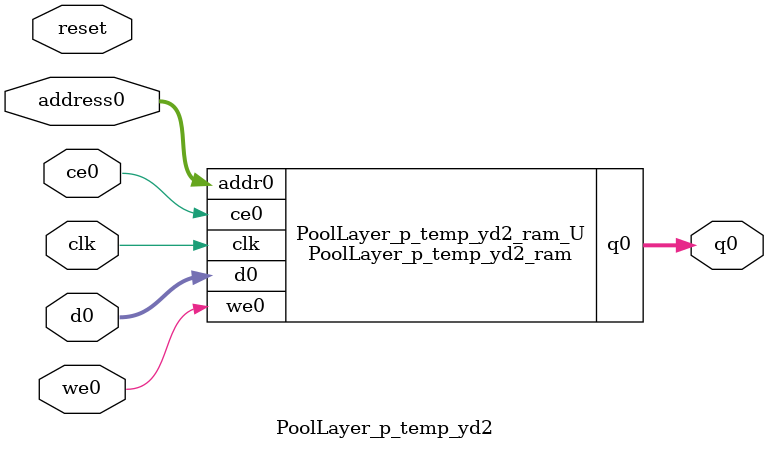
<source format=v>

`timescale 1 ns / 1 ps
module PoolLayer_p_temp_yd2_ram (addr0, ce0, d0, we0, q0,  clk);

parameter DWIDTH = 32;
parameter AWIDTH = 10;
parameter MEM_SIZE = 529;

input[AWIDTH-1:0] addr0;
input ce0;
input[DWIDTH-1:0] d0;
input we0;
output reg[DWIDTH-1:0] q0;
input clk;

(* ram_style = "block" *)reg [DWIDTH-1:0] ram[0:MEM_SIZE-1];




always @(posedge clk)  
begin 
    if (ce0) 
    begin
        if (we0) 
        begin 
            ram[addr0] <= d0; 
            q0 <= d0;
        end 
        else 
            q0 <= ram[addr0];
    end
end


endmodule


`timescale 1 ns / 1 ps
module PoolLayer_p_temp_yd2(
    reset,
    clk,
    address0,
    ce0,
    we0,
    d0,
    q0);

parameter DataWidth = 32'd32;
parameter AddressRange = 32'd529;
parameter AddressWidth = 32'd10;
input reset;
input clk;
input[AddressWidth - 1:0] address0;
input ce0;
input we0;
input[DataWidth - 1:0] d0;
output[DataWidth - 1:0] q0;



PoolLayer_p_temp_yd2_ram PoolLayer_p_temp_yd2_ram_U(
    .clk( clk ),
    .addr0( address0 ),
    .ce0( ce0 ),
    .we0( we0 ),
    .d0( d0 ),
    .q0( q0 ));

endmodule


</source>
